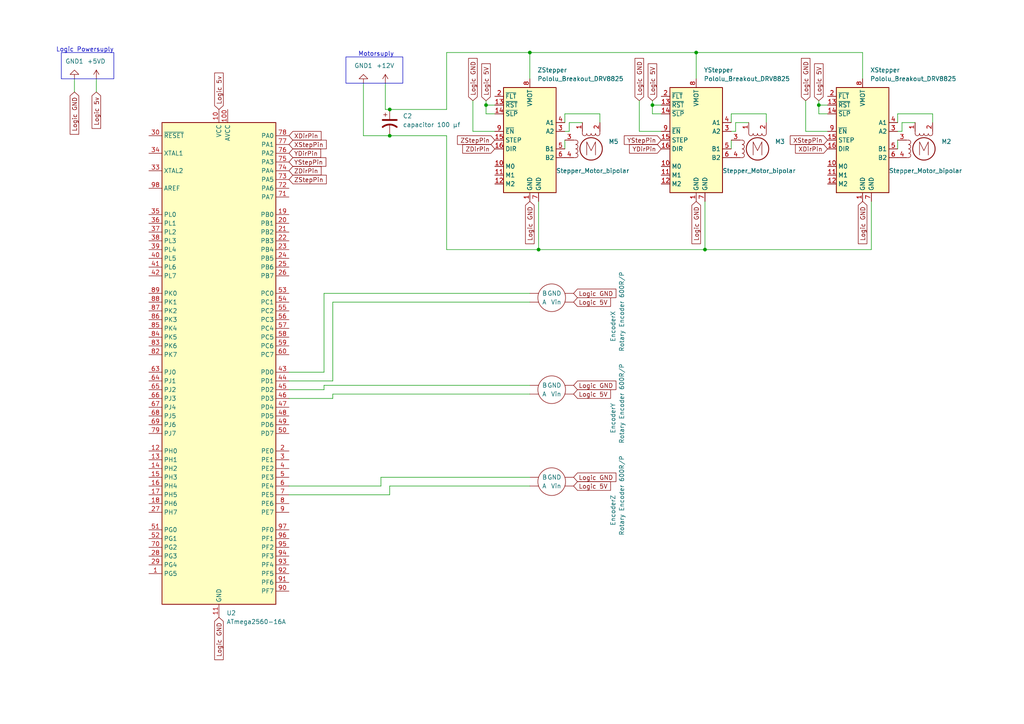
<source format=kicad_sch>
(kicad_sch (version 20230121) (generator eeschema)
  (paper "A4")
  (title_block (title "CNC 3 assen motor aansturing") (date "2026-01-08") (rev "2026-01-08") (company "Sens2Sea"))
  (lib_symbols
    (symbol "Device:C_Polarized_US" (pin_numbers hide) (pin_names (offset 0.254) hide)
      (property "Reference" "C" (at 0.635 2.54 0))
      (property "Value" "C_Polarized_US" (at 0.635 -2.54 0))
      (symbol "C_Polarized_US_0_1"
        (polyline (pts (xy -2.032 0.762) (xy 2.032 0.762)) (stroke (width 0.508)))
        (polyline (pts (xy -1.778 2.286) (xy -0.762 2.286)))
        (polyline (pts (xy -1.27 1.778) (xy -1.27 2.794)))
        (arc (start 2.032 -1.27) (mid 0 -0.5572) (end -2.032 -1.27) (stroke (width 0.508)))
      )
      (symbol "C_Polarized_US_1_1"
        (pin passive line (at 0 3.81 270) (length 2.794) (name "~") (number "1"))
        (pin passive line (at 0 -3.81 90) (length 3.302) (name "~") (number "2"))
      )
    )
    (symbol "Driver_Motor:Pololu_Breakout_DRV8825"
      (property "Reference" "A" (at -2.54 16.51 0))
      (property "Value" "Pololu_Breakout_DRV8825" (at -2.54 13.97 0))
      (symbol "Pololu_Breakout_DRV8825_0_1"
        (rectangle (start 7.62 -17.78) (end -7.62 12.7) (stroke (width 0.254)) (fill (type background)))
      )
      (symbol "Pololu_Breakout_DRV8825_1_1"
        (pin power_in line (at 0 -20.32 90) (length 2.54) (name "GND") (number "1"))
        (pin input line (at -10.16 -10.16 0) (length 2.54) (name "M0") (number "10"))
        (pin input line (at -10.16 -12.7 0) (length 2.54) (name "M1") (number "11"))
        (pin input line (at -10.16 -15.24 0) (length 2.54) (name "M2") (number "12"))
        (pin input line (at -10.16 7.62 0) (length 2.54) (name "~{RST}") (number "13"))
        (pin input line (at -10.16 5.08 0) (length 2.54) (name "~{SLP}") (number "14"))
        (pin input line (at -10.16 -2.54 0) (length 2.54) (name "STEP") (number "15"))
        (pin input line (at -10.16 -5.08 0) (length 2.54) (name "DIR") (number "16"))
        (pin output line (at -10.16 10.16 0) (length 2.54) (name "~{FLT}") (number "2"))
        (pin output line (at 10.16 0 180) (length 2.54) (name "A2") (number "3"))
        (pin output line (at 10.16 2.54 180) (length 2.54) (name "A1") (number "4"))
        (pin output line (at 10.16 -5.08 180) (length 2.54) (name "B1") (number "5"))
        (pin output line (at 10.16 -7.62 180) (length 2.54) (name "B2") (number "6"))
        (pin power_in line (at 2.54 -20.32 90) (length 2.54) (name "GND") (number "7"))
        (pin power_in line (at 0 15.24 270) (length 2.54) (name "VMOT") (number "8"))
        (pin input line (at -10.16 0 0) (length 2.54) (name "~{EN}") (number "9"))
      )
    )
    (symbol "MCU_Microchip_ATmega:ATmega2560-16A"
      (property "Reference" "U" (at 0 1.27 0))
      (property "Value" "ATmega2560-16A" (at 0 -1.27 0))
      (symbol "ATmega2560-16A_0_1"
        (rectangle (start -16.51 -69.85) (end 16.51 69.85) (stroke (width 0.254)) (fill (type background)))
      )
      (symbol "ATmega2560-16A_1_1"
        (pin bidirectional line (at -20.32 -60.96 0) (length 3.81) (name "PG5") (number "1"))
        (pin power_in line (at 0 73.66 270) (length 3.81) (name "VCC") (number "10"))
        (pin power_in line (at 2.54 73.66 270) (length 3.81) (name "AVCC") (number "100"))
        (pin power_in line (at 0 -73.66 90) (length 3.81) (name "GND") (number "11"))
        (pin bidirectional line (at -20.32 -25.4 0) (length 3.81) (name "PH0") (number "12"))
        (pin bidirectional line (at -20.32 -27.94 0) (length 3.81) (name "PH1") (number "13"))
        (pin bidirectional line (at -20.32 -30.48 0) (length 3.81) (name "PH2") (number "14"))
        (pin bidirectional line (at -20.32 -33.02 0) (length 3.81) (name "PH3") (number "15"))
        (pin bidirectional line (at -20.32 -35.56 0) (length 3.81) (name "PH4") (number "16"))
        (pin bidirectional line (at -20.32 -38.1 0) (length 3.81) (name "PH5") (number "17"))
        (pin bidirectional line (at -20.32 -40.64 0) (length 3.81) (name "PH6") (number "18"))
        (pin bidirectional line (at 20.32 43.18 180) (length 3.81) (name "PB0") (number "19"))
        (pin bidirectional line (at 20.32 -25.4 180) (length 3.81) (name "PE0") (number "2"))
        (pin bidirectional line (at 20.32 40.64 180) (length 3.81) (name "PB1") (number "20"))
        (pin bidirectional line (at 20.32 38.1 180) (length 3.81) (name "PB2") (number "21"))
        (pin bidirectional line (at 20.32 35.56 180) (length 3.81) (name "PB3") (number "22"))
        (pin bidirectional line (at 20.32 33.02 180) (length 3.81) (name "PB4") (number "23"))
        (pin bidirectional line (at 20.32 30.48 180) (length 3.81) (name "PB5") (number "24"))
        (pin bidirectional line (at 20.32 27.94 180) (length 3.81) (name "PB6") (number "25"))
        (pin bidirectional line (at 20.32 25.4 180) (length 3.81) (name "PB7") (number "26"))
        (pin bidirectional line (at -20.32 -43.18 0) (length 3.81) (name "PH7") (number "27"))
        (pin bidirectional line (at -20.32 -55.88 0) (length 3.81) (name "PG3") (number "28"))
        (pin bidirectional line (at -20.32 -58.42 0) (length 3.81) (name "PG4") (number "29"))
        (pin bidirectional line (at 20.32 -27.94 180) (length 3.81) (name "PE1") (number "3"))
        (pin input line (at -20.32 66.04 0) (length 3.81) (name "~{RESET}") (number "30"))
        (pin passive line (at 0 73.66 270) (length 3.81) hide (name "VCC") (number "31"))
        (pin passive line (at 0 -73.66 90) (length 3.81) hide (name "GND") (number "32"))
        (pin output line (at -20.32 55.88 0) (length 3.81) (name "XTAL2") (number "33"))
        (pin input line (at -20.32 60.96 0) (length 3.81) (name "XTAL1") (number "34"))
        (pin bidirectional line (at -20.32 43.18 0) (length 3.81) (name "PL0") (number "35"))
        (pin bidirectional line (at -20.32 40.64 0) (length 3.81) (name "PL1") (number "36"))
        (pin bidirectional line (at -20.32 38.1 0) (length 3.81) (name "PL2") (number "37"))
        (pin bidirectional line (at -20.32 35.56 0) (length 3.81) (name "PL3") (number "38"))
        (pin bidirectional line (at -20.32 33.02 0) (length 3.81) (name "PL4") (number "39"))
        (pin bidirectional line (at 20.32 -30.48 180) (length 3.81) (name "PE2") (number "4"))
        (pin bidirectional line (at -20.32 30.48 0) (length 3.81) (name "PL5") (number "40"))
        (pin bidirectional line (at -20.32 27.94 0) (length 3.81) (name "PL6") (number "41"))
        (pin bidirectional line (at -20.32 25.4 0) (length 3.81) (name "PL7") (number "42"))
        (pin bidirectional line (at 20.32 -2.54 180) (length 3.81) (name "PD0") (number "43"))
        (pin bidirectional line (at 20.32 -5.08 180) (length 3.81) (name "PD1") (number "44"))
        (pin bidirectional line (at 20.32 -7.62 180) (length 3.81) (name "PD2") (number "45"))
        (pin bidirectional line (at 20.32 -10.16 180) (length 3.81) (name "PD3") (number "46"))
        (pin bidirectional line (at 20.32 -12.7 180) (length 3.81) (name "PD4") (number "47"))
        (pin bidirectional line (at 20.32 -15.24 180) (length 3.81) (name "PD5") (number "48"))
        (pin bidirectional line (at 20.32 -17.78 180) (length 3.81) (name "PD6") (number "49"))
        (pin bidirectional line (at 20.32 -33.02 180) (length 3.81) (name "PE3") (number "5"))
        (pin bidirectional line (at 20.32 -20.32 180) (length 3.81) (name "PD7") (number "50"))
        (pin bidirectional line (at -20.32 -48.26 0) (length 3.81) (name "PG0") (number "51"))
        (pin bidirectional line (at -20.32 -50.8 0) (length 3.81) (name "PG1") (number "52"))
        (pin bidirectional line (at 20.32 20.32 180) (length 3.81) (name "PC0") (number "53"))
        (pin bidirectional line (at 20.32 17.78 180) (length 3.81) (name "PC1") (number "54"))
        (pin bidirectional line (at 20.32 15.24 180) (length 3.81) (name "PC2") (number "55"))
        (pin bidirectional line (at 20.32 12.7 180) (length 3.81) (name "PC3") (number "56"))
        (pin bidirectional line (at 20.32 10.16 180) (length 3.81) (name "PC4") (number "57"))
        (pin bidirectional line (at 20.32 7.62 180) (length 3.81) (name "PC5") (number "58"))
        (pin bidirectional line (at 20.32 5.08 180) (length 3.81) (name "PC6") (number "59"))
        (pin bidirectional line (at 20.32 -35.56 180) (length 3.81) (name "PE4") (number "6"))
        (pin bidirectional line (at 20.32 2.54 180) (length 3.81) (name "PC7") (number "60"))
        (pin passive line (at 0 73.66 270) (length 3.81) hide (name "VCC") (number "61"))
        (pin passive line (at 0 -73.66 90) (length 3.81) hide (name "GND") (number "62"))
        (pin bidirectional line (at -20.32 -2.54 0) (length 3.81) (name "PJ0") (number "63"))
        (pin bidirectional line (at -20.32 -5.08 0) (length 3.81) (name "PJ1") (number "64"))
        (pin bidirectional line (at -20.32 -7.62 0) (length 3.81) (name "PJ2") (number "65"))
        (pin bidirectional line (at -20.32 -10.16 0) (length 3.81) (name "PJ3") (number "66"))
        (pin bidirectional line (at -20.32 -12.7 0) (length 3.81) (name "PJ4") (number "67"))
        (pin bidirectional line (at -20.32 -15.24 0) (length 3.81) (name "PJ5") (number "68"))
        (pin bidirectional line (at -20.32 -17.78 0) (length 3.81) (name "PJ6") (number "69"))
        (pin bidirectional line (at 20.32 -38.1 180) (length 3.81) (name "PE5") (number "7"))
        (pin bidirectional line (at -20.32 -53.34 0) (length 3.81) (name "PG2") (number "70"))
        (pin bidirectional line (at 20.32 48.26 180) (length 3.81) (name "PA7") (number "71"))
        (pin bidirectional line (at 20.32 50.8 180) (length 3.81) (name "PA6") (number "72"))
        (pin bidirectional line (at 20.32 53.34 180) (length 3.81) (name "PA5") (number "73"))
        (pin bidirectional line (at 20.32 55.88 180) (length 3.81) (name "PA4") (number "74"))
        (pin bidirectional line (at 20.32 58.42 180) (length 3.81) (name "PA3") (number "75"))
        (pin bidirectional line (at 20.32 60.96 180) (length 3.81) (name "PA2") (number "76"))
        (pin bidirectional line (at 20.32 63.5 180) (length 3.81) (name "PA1") (number "77"))
        (pin bidirectional line (at 20.32 66.04 180) (length 3.81) (name "PA0") (number "78"))
        (pin bidirectional line (at -20.32 -20.32 0) (length 3.81) (name "PJ7") (number "79"))
        (pin bidirectional line (at 20.32 -40.64 180) (length 3.81) (name "PE6") (number "8"))
        (pin passive line (at 0 73.66 270) (length 3.81) hide (name "VCC") (number "80"))
        (pin passive line (at 0 -73.66 90) (length 3.81) hide (name "GND") (number "81"))
        (pin bidirectional line (at -20.32 2.54 0) (length 3.81) (name "PK7") (number "82"))
        (pin bidirectional line (at -20.32 5.08 0) (length 3.81) (name "PK6") (number "83"))
        (pin bidirectional line (at -20.32 7.62 0) (length 3.81) (name "PK5") (number "84"))
        (pin bidirectional line (at -20.32 10.16 0) (length 3.81) (name "PK4") (number "85"))
        (pin bidirectional line (at -20.32 12.7 0) (length 3.81) (name "PK3") (number "86"))
        (pin bidirectional line (at -20.32 15.24 0) (length 3.81) (name "PK2") (number "87"))
        (pin bidirectional line (at -20.32 17.78 0) (length 3.81) (name "PK1") (number "88"))
        (pin bidirectional line (at -20.32 20.32 0) (length 3.81) (name "PK0") (number "89"))
        (pin bidirectional line (at 20.32 -43.18 180) (length 3.81) (name "PE7") (number "9"))
        (pin bidirectional line (at 20.32 -66.04 180) (length 3.81) (name "PF7") (number "90"))
        (pin bidirectional line (at 20.32 -63.5 180) (length 3.81) (name "PF6") (number "91"))
        (pin bidirectional line (at 20.32 -60.96 180) (length 3.81) (name "PF5") (number "92"))
        (pin bidirectional line (at 20.32 -58.42 180) (length 3.81) (name "PF4") (number "93"))
        (pin bidirectional line (at 20.32 -55.88 180) (length 3.81) (name "PF3") (number "94"))
        (pin bidirectional line (at 20.32 -53.34 180) (length 3.81) (name "PF2") (number "95"))
        (pin bidirectional line (at 20.32 -50.8 180) (length 3.81) (name "PF1") (number "96"))
        (pin bidirectional line (at 20.32 -48.26 180) (length 3.81) (name "PF0") (number "97"))
        (pin passive line (at -20.32 50.8 0) (length 3.81) (name "AREF") (number "98"))
        (pin passive line (at 0 -73.66 90) (length 3.81) hide (name "GND") (number "99"))
      )
    )
    (symbol "Motor:Stepper_Motor_bipolar" (pin_names (offset 0) hide)
      (property "Reference" "M" (at 3.81 2.54 0))
      (property "Value" "Stepper_Motor_bipolar" (at 3.81 1.27 0))
      (symbol "Stepper_Motor_bipolar_0_0"
        (polyline (pts (xy -1.27 -1.778) (xy -1.27 2.032) (xy 0 -0.508) (xy 1.27 2.032) (xy 1.27 -1.778)))
      )
      (symbol "Stepper_Motor_bipolar_0_1"
        (arc (start -4.445 -2.54) (mid -3.8127 -1.905) (end -4.445 -1.27))
        (arc (start -4.445 -1.27) (mid -3.8127 -0.635) (end -4.445 0))
        (arc (start -4.445 0) (mid -3.8127 0.635) (end -4.445 1.27))
        (arc (start -4.445 1.27) (mid -3.8127 1.905) (end -4.445 2.54))
        (arc (start -2.54 4.445) (mid -1.905 3.8127) (end -1.27 4.445))
        (arc (start -1.27 4.445) (mid -0.635 3.8127) (end 0 4.445))
        (polyline (pts (xy -5.08 -2.54) (xy -4.445 -2.54)))
        (polyline (pts (xy -5.08 2.54) (xy -4.445 2.54)))
        (polyline (pts (xy -2.54 5.08) (xy -2.54 4.445)))
        (polyline (pts (xy 2.54 5.08) (xy 2.54 4.445)))
        (circle (center 0 0) (radius 3.2512) (stroke (width 0.254)))
        (arc (start 0 4.445) (mid 0.635 3.8127) (end 1.27 4.445))
        (arc (start 1.27 4.445) (mid 1.905 3.8127) (end 2.54 4.445))
      )
      (symbol "Stepper_Motor_bipolar_1_1"
        (pin passive line (at -2.54 7.62 270) (length 2.54) (name "~") (number "1"))
        (pin passive line (at 2.54 7.62 270) (length 2.54) (name "-") (number "2"))
        (pin passive line (at -7.62 2.54 0) (length 2.54) (name "~") (number "3"))
        (pin passive line (at -7.62 -2.54 0) (length 2.54) (name "~") (number "4"))
      )
    )
    (symbol "New_Library_0:Rotory_ENcoder" (pin_names (offset 1.016))
      (property "Reference" "U" (at 12.7 -24.13 0))
      (property "Value" "Rotary Encoder 600R/P" (at 5.08 16.51 0))
      (symbol "Rotory_ENcoder_0_1"
        (circle (center -3.81 10.16) (radius 4.0161))
      )
      (symbol "Rotory_ENcoder_1_1"
        (pin output line (at -10.16 11.43 0) (length 2.54) (name "A") (number ""))
        (pin output line (at -10.16 8.89 0) (length 2.54) (name "B") (number ""))
        (pin input line (at 2.54 8.89 180) (length 2.54) (name "GND") (number ""))
        (pin input line (at 2.54 11.43 180) (length 2.54) (name "Vin") (number ""))
      )
    )
    (symbol "power:+12V" (power) (pin_names (offset 0))
      (property "Value" "+12V" (at 0 3.556 0))
      (symbol "+12V_0_1"
        (polyline (pts (xy -0.762 1.27) (xy 0 2.54)))
        (polyline (pts (xy 0 0) (xy 0 2.54)))
        (polyline (pts (xy 0 2.54) (xy 0.762 1.27)))
      )
      (symbol "+12V_1_1"
        (pin power_in line (at 0 0 90) (length 0) hide (name "+12V") (number "1"))
      )
    )
    (symbol "power:+5VD" (power) (pin_names (offset 0))
      (property "Value" "+5VD" (at 0 3.556 0))
      (symbol "+5VD_0_1"
        (polyline (pts (xy -0.762 1.27) (xy 0 2.54)))
        (polyline (pts (xy 0 0) (xy 0 2.54)))
        (polyline (pts (xy 0 2.54) (xy 0.762 1.27)))
      )
      (symbol "+5VD_1_1"
        (pin power_in line (at 0 0 90) (length 0) hide (name "+5VD") (number "1"))
      )
    )
    (symbol "power:GND1" (power) (pin_names (offset 0))
      (property "Value" "GND1" (at 0 -3.81 0))
      (symbol "GND1_0_1"
        (polyline (pts (xy 0 0) (xy 0 -1.27) (xy 1.27 -1.27) (xy 0 -2.54) (xy -1.27 -1.27) (xy 0 -1.27)))
      )
      (symbol "GND1_1_1"
        (pin power_in line (at 0 0 270) (length 0) hide (name "GND1") (number "1"))
      )
    )
  )
  (junction (at 237.49 30.48))
  (junction (at 113.03 39.37))
  (junction (at 140.97 30.48))
  (junction (at 156.21 72.39))
  (junction (at 113.03 31.75))
  (junction (at 189.23 30.48))
  (junction (at 153.67 15.24))
  (junction (at 201.93 15.24))
  (junction (at 204.47 72.39))
  (wire (pts (xy 213.36 38.1) (xy 212.09 38.1)))
  (wire (pts (xy 217.17 35.56) (xy 213.36 35.56)))
  (wire (pts (xy 96.52 114.3) (xy 96.52 115.57)))
  (wire (pts (xy 110.49 138.43) (xy 153.67 138.43)))
  (wire (pts (xy 105.41 39.37) (xy 105.41 24.13)))
  (wire (pts (xy 153.67 15.24) (xy 153.67 22.86)))
  (wire (pts (xy 240.03 33.02) (xy 237.49 33.02)))
  (wire (pts (xy 213.36 35.56) (xy 213.36 38.1)))
  (wire (pts (xy 201.93 15.24) (xy 201.93 22.86)))
  (wire (pts (xy 137.16 29.21) (xy 137.16 38.1)))
  (wire (pts (xy 240.03 38.1) (xy 233.68 38.1)))
  (wire (pts (xy 96.52 114.3) (xy 153.67 114.3)))
  (wire (pts (xy 212.09 43.18) (xy 212.09 40.64)))
  (wire (pts (xy 222.25 33.02) (xy 222.25 35.56)))
  (wire (pts (xy 153.67 15.24) (xy 201.93 15.24)))
  (wire (pts (xy 261.62 38.1) (xy 261.62 35.56)))
  (wire (pts (xy 189.23 30.48) (xy 189.23 33.02)))
  (wire (pts (xy 163.83 33.02) (xy 163.83 35.56)))
  (wire (pts (xy 250.19 22.86) (xy 250.19 15.24)))
  (wire (pts (xy 140.97 30.48) (xy 143.51 30.48)))
  (wire (pts (xy 93.98 85.09) (xy 153.67 85.09)))
  (wire (pts (xy 111.76 31.75) (xy 113.03 31.75)))
  (wire (pts (xy 250.19 15.24) (xy 201.93 15.24)))
  (wire (pts (xy 93.98 111.76) (xy 153.67 111.76)))
  (wire (pts (xy 143.51 33.02) (xy 140.97 33.02)))
  (wire (pts (xy 83.82 143.51) (xy 113.03 143.51)))
  (wire (pts (xy 165.1 35.56) (xy 168.91 35.56)))
  (wire (pts (xy 261.62 35.56) (xy 265.43 35.56)))
  (wire (pts (xy 189.23 30.48) (xy 191.77 30.48)))
  (wire (pts (xy 237.49 30.48) (xy 240.03 30.48)))
  (wire (pts (xy 252.73 58.42) (xy 252.73 72.39)))
  (wire (pts (xy 156.21 72.39) (xy 129.54 72.39)))
  (wire (pts (xy 156.21 58.42) (xy 156.21 72.39)))
  (wire (pts (xy 163.83 43.18) (xy 163.83 40.64)))
  (wire (pts (xy 93.98 113.03) (xy 83.82 113.03)))
  (wire (pts (xy 140.97 29.21) (xy 140.97 30.48)))
  (wire (pts (xy 96.52 87.63) (xy 153.67 87.63)))
  (wire (pts (xy 212.09 35.56) (xy 212.09 33.02)))
  (wire (pts (xy 270.51 33.02) (xy 270.51 35.56)))
  (wire (pts (xy 93.98 111.76) (xy 93.98 113.03)))
  (wire (pts (xy 111.76 24.13) (xy 111.76 31.75)))
  (wire (pts (xy 129.54 72.39) (xy 129.54 39.37)))
  (wire (pts (xy 260.35 43.18) (xy 260.35 40.64)))
  (wire (pts (xy 113.03 39.37) (xy 105.41 39.37)))
  (wire (pts (xy 93.98 85.09) (xy 93.98 107.95)))
  (wire (pts (xy 163.83 33.02) (xy 173.99 33.02)))
  (wire (pts (xy 110.49 140.97) (xy 83.82 140.97)))
  (wire (pts (xy 191.77 38.1) (xy 185.42 38.1)))
  (wire (pts (xy 129.54 15.24) (xy 153.67 15.24)))
  (wire (pts (xy 163.83 38.1) (xy 165.1 38.1)))
  (wire (pts (xy 93.98 107.95) (xy 83.82 107.95)))
  (wire (pts (xy 173.99 33.02) (xy 173.99 35.56)))
  (wire (pts (xy 189.23 29.21) (xy 189.23 30.48)))
  (wire (pts (xy 237.49 30.48) (xy 237.49 33.02)))
  (wire (pts (xy 110.49 138.43) (xy 110.49 140.97)))
  (wire (pts (xy 21.59 26.67) (xy 21.59 22.86)))
  (wire (pts (xy 96.52 87.63) (xy 96.52 110.49)))
  (wire (pts (xy 212.09 33.02) (xy 222.25 33.02)))
  (wire (pts (xy 237.49 29.21) (xy 237.49 30.48)))
  (wire (pts (xy 191.77 33.02) (xy 189.23 33.02)))
  (wire (pts (xy 185.42 29.21) (xy 185.42 38.1)))
  (wire (pts (xy 129.54 31.75) (xy 129.54 15.24)))
  (wire (pts (xy 96.52 115.57) (xy 83.82 115.57)))
  (wire (pts (xy 260.35 33.02) (xy 260.35 35.56)))
  (wire (pts (xy 129.54 31.75) (xy 113.03 31.75)))
  (wire (pts (xy 96.52 110.49) (xy 83.82 110.49)))
  (wire (pts (xy 129.54 39.37) (xy 113.03 39.37)))
  (wire (pts (xy 140.97 30.48) (xy 140.97 33.02)))
  (wire (pts (xy 27.94 26.67) (xy 27.94 22.86)))
  (wire (pts (xy 233.68 29.21) (xy 233.68 38.1)))
  (wire (pts (xy 204.47 72.39) (xy 156.21 72.39)))
  (wire (pts (xy 252.73 72.39) (xy 204.47 72.39)))
  (wire (pts (xy 143.51 38.1) (xy 137.16 38.1)))
  (wire (pts (xy 260.35 38.1) (xy 261.62 38.1)))
  (wire (pts (xy 113.03 140.97) (xy 113.03 143.51)))
  (wire (pts (xy 113.03 140.97) (xy 153.67 140.97)))
  (wire (pts (xy 204.47 58.42) (xy 204.47 72.39)))
  (wire (pts (xy 165.1 38.1) (xy 165.1 35.56)))
  (wire (pts (xy 260.35 33.02) (xy 270.51 33.02)))
  (rectangle (start 100.33 24.13) (end 116.84 16.51))
  (rectangle (start 17.78 15.24) (end 33.02 22.86))
  (text "Motorsuply\n" (at 114.3 16.51 0) (effects (font (size 1.27 1.27)) (justify right bottom)))
  (text "Logic Powersuply\n" (at 33.02 15.24 0) (effects (font (size 1.27 1.27)) (justify right bottom)))
  (global_label "Logic GND" (shape input) (at 201.93 58.42 270) (property "Intersheetrefs" "${INTERSHEET_REFS}" (effects hide)))
  (global_label "ZDirPin" (shape input) (at 83.82 49.53 0) (property "Intersheetrefs" "${INTERSHEET_REFS}" (effects hide)))
  (global_label "Logic 5v" (shape input) (at 27.94 26.67 270) (property "Intersheetrefs" "${INTERSHEET_REFS}" (effects hide)))
  (global_label "ZStepPin" (shape input) (at 83.82 52.07 0) (property "Intersheetrefs" "${INTERSHEET_REFS}" (effects hide)))
  (global_label "Logic 5V" (shape input) (at 166.37 87.63 0) (property "Intersheetrefs" "${INTERSHEET_REFS}" (effects hide)))
  (global_label "XStepPin" (shape input) (at 240.03 40.64 180) (property "Intersheetrefs" "${INTERSHEET_REFS}" (effects hide)))
  (global_label "YStepPin" (shape input) (at 83.82 46.99 0) (property "Intersheetrefs" "${INTERSHEET_REFS}" (effects hide)))
  (global_label "XStepPin" (shape input) (at 83.82 41.91 0) (property "Intersheetrefs" "${INTERSHEET_REFS}" (effects hide)))
  (global_label "XDirPin" (shape input) (at 240.03 43.18 180) (property "Intersheetrefs" "${INTERSHEET_REFS}" (effects hide)))
  (global_label "Logic GND" (shape input) (at 166.37 85.09 0) (property "Intersheetrefs" "${INTERSHEET_REFS}" (effects hide)))
  (global_label "Logic 5V" (shape input) (at 237.49 29.21 90) (property "Intersheetrefs" "${INTERSHEET_REFS}" (effects hide)))
  (global_label "Logic GND" (shape input) (at 166.37 138.43 0) (property "Intersheetrefs" "${INTERSHEET_REFS}" (effects hide)))
  (global_label "Logic GND" (shape input) (at 233.68 29.21 90) (property "Intersheetrefs" "${INTERSHEET_REFS}" (effects hide)))
  (global_label "Logic GND" (shape input) (at 137.16 29.21 90) (property "Intersheetrefs" "${INTERSHEET_REFS}" (effects hide)))
  (global_label "ZStepPin" (shape input) (at 143.51 40.64 180) (property "Intersheetrefs" "${INTERSHEET_REFS}" (effects hide)))
  (global_label "Logic GND" (shape input) (at 21.59 26.67 270) (property "Intersheetrefs" "${INTERSHEET_REFS}" (effects hide)))
  (global_label "Logic 5V" (shape input) (at 140.97 29.21 90) (property "Intersheetrefs" "${INTERSHEET_REFS}" (effects hide)))
  (global_label "Logic 5V" (shape input) (at 189.23 29.21 90) (property "Intersheetrefs" "${INTERSHEET_REFS}" (effects hide)))
  (global_label "Logic GND" (shape input) (at 153.67 58.42 270) (property "Intersheetrefs" "${INTERSHEET_REFS}" (effects hide)))
  (global_label "Logic GND" (shape input) (at 166.37 111.76 0) (property "Intersheetrefs" "${INTERSHEET_REFS}" (effects hide)))
  (global_label "YDirPin" (shape input) (at 191.77 43.18 180) (property "Intersheetrefs" "${INTERSHEET_REFS}" (effects hide)))
  (global_label "Logic 5v" (shape input) (at 63.5 31.75 90) (property "Intersheetrefs" "${INTERSHEET_REFS}" (effects hide)))
  (global_label "YStepPin" (shape input) (at 191.77 40.64 180) (property "Intersheetrefs" "${INTERSHEET_REFS}" (effects hide)))
  (global_label "Logic GND" (shape input) (at 250.19 58.42 270) (property "Intersheetrefs" "${INTERSHEET_REFS}" (effects hide)))
  (global_label "ZDirPin" (shape input) (at 143.51 43.18 180) (property "Intersheetrefs" "${INTERSHEET_REFS}" (effects hide)))
  (global_label "XDirPin" (shape input) (at 83.82 39.37 0) (property "Intersheetrefs" "${INTERSHEET_REFS}" (effects hide)))
  (global_label "Logic 5V" (shape input) (at 166.37 114.3 0) (property "Intersheetrefs" "${INTERSHEET_REFS}" (effects hide)))
  (global_label "Logic 5V" (shape input) (at 166.37 140.97 0) (property "Intersheetrefs" "${INTERSHEET_REFS}" (effects hide)))
  (global_label "Logic GND" (shape input) (at 185.42 29.21 90) (property "Intersheetrefs" "${INTERSHEET_REFS}" (effects hide)))
  (global_label "Logic GND" (shape input) (at 63.5 179.07 270) (property "Intersheetrefs" "${INTERSHEET_REFS}" (effects hide)))
  (global_label "YDirPin" (shape input) (at 83.82 44.45 0) (property "Intersheetrefs" "${INTERSHEET_REFS}" (effects hide)))
  (symbol (lib_id "MCU_Microchip_ATmega:ATmega2560-16A") (at 63.5 105.41 0) (unit 1)
    (property "Reference" "U2" (at 65.6941 177.8 0) (effects (justify left)))
    (property "Value" "ATmega2560-16A" (at 65.6941 180.34 0) (effects (justify left)))
    (property "Footprint" "Package_QFP:TQFP-100_14x14mm_P0.5mm" (effects hide))
    (property "Datasheet" "http://ww1.microchip.com/downloads/en/DeviceDoc/Atmel-2549-8-bit-AVR-Microcontroller-ATmega640-1280-1281-2560-2561_datasheet.pdf" (effects hide))
  )
  (symbol (lib_id "Driver_Motor:Pololu_Breakout_DRV8825") (at 201.93 38.1 0) (unit 1)
    (property "Reference" "YStepper" (at 204.1241 20.32 0) (effects (justify left)))
    (property "Value" "Pololu_Breakout_DRV8825" (at 204.1241 22.86 0) (effects (justify left)))
    (property "Footprint" "Module:Pololu_Breakout-16_15.2x20.3mm" (effects hide))
    (property "Datasheet" "https://www.pololu.com/product/2982" (effects hide))
  )
  (symbol (lib_id "New_Library_0:Rotory_ENcoder") (at 163.83 76.2 0) (mirror x) (unit 1)
    (property "Reference" "EncoderX" (at 177.8 90.17 90) (effects (justify left)))
    (property "Value" "Rotary Encoder 600R/P" (at 180.34 78.74 90) (effects (justify left)))
  )
  (symbol (lib_id "Driver_Motor:Pololu_Breakout_DRV8825") (at 250.19 38.1 0) (unit 1)
    (property "Reference" "XStepper" (at 252.3841 20.32 0) (effects (justify left)))
    (property "Value" "Pololu_Breakout_DRV8825" (at 252.3841 22.86 0) (effects (justify left)))
    (property "Footprint" "Module:Pololu_Breakout-16_15.2x20.3mm" (effects hide))
    (property "Datasheet" "https://www.pololu.com/product/2982" (effects hide))
  )
  (symbol (lib_id "power:+12V") (at 111.76 24.13 0) (mirror y) (unit 1)
    (property "Reference" "#PWR03" (effects hide))
    (property "Value" "+12V" (at 111.76 19.05 0))
  )
  (symbol (lib_id "New_Library_0:Rotory_ENcoder") (at 163.83 102.87 0) (mirror x) (unit 1)
    (property "Reference" "EncoderY" (at 177.8 116.84 90) (effects (justify left)))
    (property "Value" "Rotary Encoder 600R/P" (at 180.34 105.41 90) (effects (justify left)))
  )
  (symbol (lib_id "power:+5VD") (at 27.94 22.86 0) (unit 1)
    (property "Reference" "#PWR02" (effects hide))
    (property "Value" "+5VD" (at 27.94 17.78 0))
  )
  (symbol (lib_id "Driver_Motor:Pololu_Breakout_DRV8825") (at 153.67 38.1 0) (unit 1)
    (property "Reference" "ZStepper" (at 155.8641 20.32 0) (effects (justify left)))
    (property "Value" "Pololu_Breakout_DRV8825" (at 155.8641 22.86 0) (effects (justify left)))
    (property "Footprint" "Module:Pololu_Breakout-16_15.2x20.3mm" (effects hide))
    (property "Datasheet" "https://www.pololu.com/product/2982" (effects hide))
  )
  (symbol (lib_id "Motor:Stepper_Motor_bipolar") (at 171.45 43.18 0) (unit 1)
    (property "Reference" "M5" (at 176.53 41.0591 0) (effects (justify left)))
    (property "Value" "Stepper_Motor_bipolar" (at 161.29 49.53 0) (effects (justify left)))
    (property "Datasheet" "http://www.infineon.com/dgdl/Application-Note-TLE8110EE_driving_UniPolarStepperMotor_V1.1.pdf?fileId=db3a30431be39b97011be5d0aa0a00b0" (effects hide))
  )
  (symbol (lib_id "power:GND1") (at 105.41 24.13 180) (unit 1)
    (property "Reference" "#PWR04" (effects hide))
    (property "Value" "GND1" (at 105.41 19.05 0))
  )
  (symbol (lib_id "Motor:Stepper_Motor_bipolar") (at 219.71 43.18 0) (unit 1)
    (property "Reference" "M3" (at 224.79 41.0591 0) (effects (justify left)))
    (property "Value" "Stepper_Motor_bipolar" (at 209.55 49.53 0) (effects (justify left)))
    (property "Datasheet" "http://www.infineon.com/dgdl/Application-Note-TLE8110EE_driving_UniPolarStepperMotor_V1.1.pdf?fileId=db3a30431be39b97011be5d0aa0a00b0" (effects hide))
  )
  (symbol (lib_id "Motor:Stepper_Motor_bipolar") (at 267.97 43.18 0) (unit 1)
    (property "Reference" "M2" (at 273.05 41.0591 0) (effects (justify left)))
    (property "Value" "Stepper_Motor_bipolar" (at 257.81 49.53 0) (effects (justify left)))
    (property "Datasheet" "http://www.infineon.com/dgdl/Application-Note-TLE8110EE_driving_UniPolarStepperMotor_V1.1.pdf?fileId=db3a30431be39b97011be5d0aa0a00b0" (effects hide))
  )
  (symbol (lib_id "New_Library_0:Rotory_ENcoder") (at 163.83 129.54 0) (mirror x) (unit 1)
    (property "Reference" "EncoderZ" (at 177.8 143.51 90) (effects (justify left)))
    (property "Value" "Rotary Encoder 600R/P" (at 180.34 132.08 90) (effects (justify left)))
  )
  (symbol (lib_id "Device:C_Polarized_US") (at 113.03 35.56 0) (unit 1)
    (property "Reference" "C2" (at 116.84 33.655 0) (effects (justify left)))
    (property "Value" "capacitor 100 μf" (at 116.84 36.195 0) (effects (justify left)))
  )
  (symbol (lib_id "power:GND1") (at 21.59 22.86 0) (mirror x) (unit 1)
    (property "Reference" "#PWR01" (effects hide))
    (property "Value" "GND1" (at 21.59 17.78 0))
  )
)
</source>
